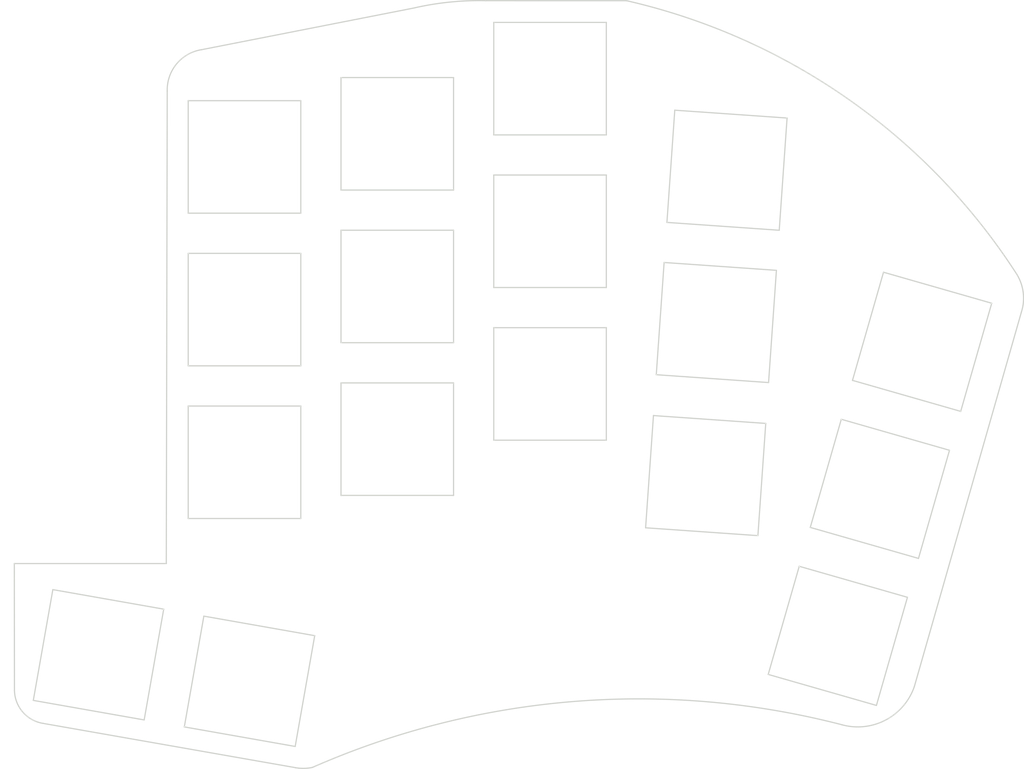
<source format=kicad_pcb>
(kicad_pcb (version 20211014) (generator pcbnew)
  (title_block (title "hypergolic") (date "2020-12-26") (rev "0.1") (company "broomlabs"))
  (layers (0 "F.Cu" signal) (31 "B.Cu" signal) (34 "B.Paste" user) (35 "F.Paste" user) (36 "B.SilkS" user "B.Silkscreen") (37 "F.SilkS" user "F.Silkscreen") (38 "B.Mask" user) (39 "F.Mask" user) (44 "Edge.Cuts" user))
  (net 0 "")
  (footprint "Kailh:SW_PG1350_cut" (layer "B.Cu") (at 151.1 61.85 164)
    (fp_text reference "SW2" hide)
    (fp_text value "SW_Push" hide)
    (fp_line (start -7 -7) (end 7 -7) (layer "Edge.Cuts") (width 0.15))
    (fp_line (start -7 -7) (end -7 7) (layer "Edge.Cuts") (width 0.15))
    (fp_line (start 7 -7) (end 7 7) (layer "Edge.Cuts") (width 0.15))
    (fp_line (start -7 7) (end 7 7) (layer "Edge.Cuts") (width 0.15))
  )
  (footprint "Kailh:SW_PG1350_cut" (layer "B.Cu") (at 126.835373 40.496283 176)
    (fp_text reference "SW3" hide)
    (fp_text value "SW_Push" hide)
    (fp_line (start -7 -7) (end 7 -7) (layer "Edge.Cuts") (width 0.15))
    (fp_line (start -7 7) (end 7 7) (layer "Edge.Cuts") (width 0.15))
    (fp_line (start -7 -7) (end -7 7) (layer "Edge.Cuts") (width 0.15))
    (fp_line (start 7 -7) (end 7 7) (layer "Edge.Cuts") (width 0.15))
  )
  (footprint "Kailh:SW_PG1350_cut" (layer "B.Cu") (at 104.82741 29.102 180)
    (fp_text reference "SW4" hide)
    (fp_text value "SW_Push" hide)
    (fp_line (start -7 7) (end 7 7) (layer "Edge.Cuts") (width 0.15))
    (fp_line (start -7 -7) (end -7 7) (layer "Edge.Cuts") (width 0.15))
    (fp_line (start 7 -7) (end 7 7) (layer "Edge.Cuts") (width 0.15))
    (fp_line (start -7 -7) (end 7 -7) (layer "Edge.Cuts") (width 0.15))
  )
  (footprint "Kailh:SW_PG1350_cut" (layer "B.Cu") (at 85.82741 35.962 180)
    (fp_text reference "SW5" hide)
    (fp_text value "SW_Push" hide)
    (fp_line (start -7 7) (end 7 7) (layer "Edge.Cuts") (width 0.15))
    (fp_line (start -7 -7) (end -7 7) (layer "Edge.Cuts") (width 0.15))
    (fp_line (start -7 -7) (end 7 -7) (layer "Edge.Cuts") (width 0.15))
    (fp_line (start 7 -7) (end 7 7) (layer "Edge.Cuts") (width 0.15))
  )
  (footprint "Kailh:SW_PG1350_cut" (layer "B.Cu") (at 66.82741 38.842 180)
    (fp_text reference "SW6" hide)
    (fp_text value "SW_Push" hide)
    (fp_line (start 7 -7) (end 7 7) (layer "Edge.Cuts") (width 0.15))
    (fp_line (start -7 -7) (end -7 7) (layer "Edge.Cuts") (width 0.15))
    (fp_line (start -7 7) (end 7 7) (layer "Edge.Cuts") (width 0.15))
    (fp_line (start -7 -7) (end 7 -7) (layer "Edge.Cuts") (width 0.15))
  )
  (footprint "Kailh:SW_PG1350_cut" (layer "B.Cu") (at 145.85 80.15 164)
    (fp_text reference "SW8" hide)
    (fp_text value "SW_Push" hide)
    (fp_line (start -7 7) (end 7 7) (layer "Edge.Cuts") (width 0.15))
    (fp_line (start 7 -7) (end 7 7) (layer "Edge.Cuts") (width 0.15))
    (fp_line (start -7 -7) (end -7 7) (layer "Edge.Cuts") (width 0.15))
    (fp_line (start -7 -7) (end 7 -7) (layer "Edge.Cuts") (width 0.15))
  )
  (footprint "Kailh:SW_PG1350_cut" (layer "B.Cu") (at 125.51 59.45 176)
    (fp_text reference "SW9" hide)
    (fp_text value "SW_Push" hide)
    (fp_line (start 7 -7) (end 7 7) (layer "Edge.Cuts") (width 0.15))
    (fp_line (start -7 -7) (end -7 7) (layer "Edge.Cuts") (width 0.15))
    (fp_line (start -7 -7) (end 7 -7) (layer "Edge.Cuts") (width 0.15))
    (fp_line (start -7 7) (end 7 7) (layer "Edge.Cuts") (width 0.15))
  )
  (footprint "Kailh:SW_PG1350_cut" (layer "B.Cu") (at 104.82741 48.092 180)
    (fp_text reference "SW10" hide)
    (fp_text value "SW_Push" hide)
    (fp_line (start -7 -7) (end -7 7) (layer "Edge.Cuts") (width 0.15))
    (fp_line (start 7 -7) (end 7 7) (layer "Edge.Cuts") (width 0.15))
    (fp_line (start -7 -7) (end 7 -7) (layer "Edge.Cuts") (width 0.15))
    (fp_line (start -7 7) (end 7 7) (layer "Edge.Cuts") (width 0.15))
  )
  (footprint "Kailh:SW_PG1350_cut" (layer "B.Cu") (at 85.82741 54.962 180)
    (fp_text reference "SW11" hide)
    (fp_text value "SW_Push" hide)
    (fp_line (start -7 -7) (end -7 7) (layer "Edge.Cuts") (width 0.15))
    (fp_line (start -7 7) (end 7 7) (layer "Edge.Cuts") (width 0.15))
    (fp_line (start -7 -7) (end 7 -7) (layer "Edge.Cuts") (width 0.15))
    (fp_line (start 7 -7) (end 7 7) (layer "Edge.Cuts") (width 0.15))
  )
  (footprint "Kailh:SW_PG1350_cut" (layer "B.Cu") (at 66.82741 57.842 180)
    (fp_text reference "SW12" hide)
    (fp_text value "SW_Push" hide)
    (fp_line (start -7 -7) (end 7 -7) (layer "Edge.Cuts") (width 0.15))
    (fp_line (start -7 -7) (end -7 7) (layer "Edge.Cuts") (width 0.15))
    (fp_line (start -7 7) (end 7 7) (layer "Edge.Cuts") (width 0.15))
    (fp_line (start 7 -7) (end 7 7) (layer "Edge.Cuts") (width 0.15))
  )
  (footprint "Kailh:SW_PG1350_cut" (layer "B.Cu") (at 140.618952 98.44645 164)
    (fp_text reference "SW14" hide)
    (fp_text value "SW_Push" hide)
    (fp_line (start -7 7) (end 7 7) (layer "Edge.Cuts") (width 0.15))
    (fp_line (start 7 -7) (end 7 7) (layer "Edge.Cuts") (width 0.15))
    (fp_line (start -7 -7) (end 7 -7) (layer "Edge.Cuts") (width 0.15))
    (fp_line (start -7 -7) (end -7 7) (layer "Edge.Cuts") (width 0.15))
  )
  (footprint "Kailh:SW_PG1350_cut" (layer "B.Cu") (at 124.183479 78.501258 176)
    (fp_text reference "SW15" hide)
    (fp_text value "SW_Push" hide)
    (fp_line (start 7 -7) (end 7 7) (layer "Edge.Cuts") (width 0.15))
    (fp_line (start -7 -7) (end 7 -7) (layer "Edge.Cuts") (width 0.15))
    (fp_line (start -7 7) (end 7 7) (layer "Edge.Cuts") (width 0.15))
    (fp_line (start -7 -7) (end -7 7) (layer "Edge.Cuts") (width 0.15))
  )
  (footprint "Kailh:SW_PG1350_cut" (layer "B.Cu") (at 104.82741 67.092 180)
    (fp_text reference "SW16" hide)
    (fp_text value "SW_Push" hide)
    (fp_line (start -7 7) (end 7 7) (layer "Edge.Cuts") (width 0.15))
    (fp_line (start -7 -7) (end -7 7) (layer "Edge.Cuts") (width 0.15))
    (fp_line (start -7 -7) (end 7 -7) (layer "Edge.Cuts") (width 0.15))
    (fp_line (start 7 -7) (end 7 7) (layer "Edge.Cuts") (width 0.15))
  )
  (footprint "Kailh:SW_PG1350_cut" (layer "B.Cu") (at 85.82741 73.967 180)
    (fp_text reference "SW17" hide)
    (fp_text value "SW_Push" hide)
    (fp_line (start -7 7) (end 7 7) (layer "Edge.Cuts") (width 0.15))
    (fp_line (start -7 -7) (end 7 -7) (layer "Edge.Cuts") (width 0.15))
    (fp_line (start 7 -7) (end 7 7) (layer "Edge.Cuts") (width 0.15))
    (fp_line (start -7 -7) (end -7 7) (layer "Edge.Cuts") (width 0.15))
  )
  (footprint "Kailh:SW_PG1350_cut" (layer "B.Cu") (at 66.82741 76.842 180)
    (fp_text reference "SW18" hide)
    (fp_text value "SW_Push" hide)
    (fp_line (start 7 -7) (end 7 7) (layer "Edge.Cuts") (width 0.15))
    (fp_line (start -7 -7) (end -7 7) (layer "Edge.Cuts") (width 0.15))
    (fp_line (start -7 -7) (end 7 -7) (layer "Edge.Cuts") (width 0.15))
    (fp_line (start -7 7) (end 7 7) (layer "Edge.Cuts") (width 0.15))
  )
  (footprint "Kailh:SW_PG1350_cut" (layer "B.Cu") (at 67.45 104.1 170)
    (fp_text reference "SW20" hide)
    (fp_text value "SW_Push" hide)
    (fp_line (start -7 -7) (end -7 7) (layer "Edge.Cuts") (width 0.15))
    (fp_line (start 7 -7) (end 7 7) (layer "Edge.Cuts") (width 0.15))
    (fp_line (start -7 7) (end 7 7) (layer "Edge.Cuts") (width 0.15))
    (fp_line (start -7 -7) (end 7 -7) (layer "Edge.Cuts") (width 0.15))
  )
  (footprint "Kailh:SW_PG1350_cut" (layer "B.Cu") (at 48.66941 100.8 170)
    (fp_text reference "SW21" hide)
    (fp_text value "SW_Push" hide)
    (fp_line (start 7 -7) (end 7 7) (layer "Edge.Cuts") (width 0.15))
    (fp_line (start -7 7) (end 7 7) (layer "Edge.Cuts") (width 0.15))
    (fp_line (start -7 -7) (end 7 -7) (layer "Edge.Cuts") (width 0.15))
    (fp_line (start -7 -7) (end -7 7) (layer "Edge.Cuts") (width 0.15))
  )
  (gr_line (start 57.216703 30.635586) (end 57.1 89.45) (layer "Edge.Cuts") (width 0.15))
  (gr_arc (start 162.85 53.4) (mid 163.673414 55.708885) (end 163.45 58.15) (layer "Edge.Cuts") (width 0.15))
  (gr_arc (start 150.141053 104.735229) (mid 146.569791 108.918825) (end 141.1 109.5) (layer "Edge.Cuts") (width 0.15))
  (gr_arc (start 57.216703 30.635586) (mid 58.391524 27.252946) (end 61.508904 25.491016) (layer "Edge.Cuts") (width 0.15))
  (gr_line (start 114.35 19.4) (end 96.819231 19.395153) (layer "Edge.Cuts") (width 0.15))
  (gr_arc (start 41.815813 109.344622) (mid 39.269411 107.95) (end 38.215813 105.244622) (layer "Edge.Cuts") (width 0.15))
  (gr_arc (start 75.283396 114.814) (mid 107.744297 106.615712) (end 141.1 109.5) (layer "Edge.Cuts") (width 0.15))
  (gr_arc (start 114.35 19.4) (mid 141.926583 31.654727) (end 162.85 53.4) (layer "Edge.Cuts") (width 0.15))
  (gr_line (start 38.2 89.45) (end 38.215813 105.244622) (layer "Edge.Cuts") (width 0.15))
  (gr_line (start 57.1 89.45) (end 38.2 89.45) (layer "Edge.Cuts") (width 0.15))
  (gr_arc (start 87.891096 20.308985) (mid 92.326888 19.575818) (end 96.819231 19.395153) (layer "Edge.Cuts") (width 0.15))
  (gr_line (start 41.815813 109.344622) (end 73.16941 114.85) (layer "Edge.Cuts") (width 0.15))
  (gr_line (start 87.891096 20.308985) (end 61.508904 25.491016) (layer "Edge.Cuts") (width 0.15))
  (gr_arc (start 75.283396 114.814) (mid 74.228149 114.934509) (end 73.16941 114.85) (layer "Edge.Cuts") (width 0.15))
  (gr_line (start 150.141053 104.735229) (end 163.45 58.15) (layer "Edge.Cuts") (width 0.15))
)
</source>
